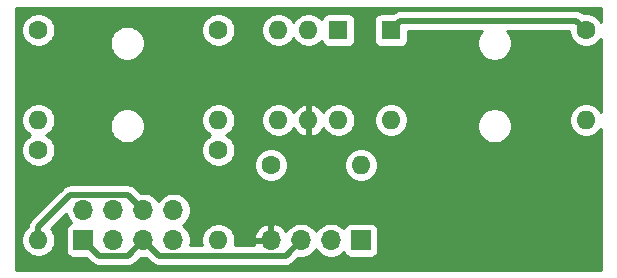
<source format=gbr>
%TF.GenerationSoftware,KiCad,Pcbnew,(5.1.9)-1*%
%TF.CreationDate,2022-02-01T09:31:05-08:00*%
%TF.ProjectId,midi_in_out_dev,6d696469-5f69-46e5-9f6f-75745f646576,1.0*%
%TF.SameCoordinates,Original*%
%TF.FileFunction,Copper,L2,Bot*%
%TF.FilePolarity,Positive*%
%FSLAX46Y46*%
G04 Gerber Fmt 4.6, Leading zero omitted, Abs format (unit mm)*
G04 Created by KiCad (PCBNEW (5.1.9)-1) date 2022-02-01 09:31:05*
%MOMM*%
%LPD*%
G01*
G04 APERTURE LIST*
%TA.AperFunction,ComponentPad*%
%ADD10O,1.700000X1.700000*%
%TD*%
%TA.AperFunction,ComponentPad*%
%ADD11R,1.700000X1.700000*%
%TD*%
%TA.AperFunction,ComponentPad*%
%ADD12R,1.600000X1.600000*%
%TD*%
%TA.AperFunction,ComponentPad*%
%ADD13O,1.600000X1.600000*%
%TD*%
%TA.AperFunction,ComponentPad*%
%ADD14C,1.600000*%
%TD*%
%TA.AperFunction,ViaPad*%
%ADD15C,0.800000*%
%TD*%
%TA.AperFunction,Conductor*%
%ADD16C,0.500000*%
%TD*%
%TA.AperFunction,Conductor*%
%ADD17C,0.254000*%
%TD*%
%TA.AperFunction,Conductor*%
%ADD18C,0.100000*%
%TD*%
G04 APERTURE END LIST*
D10*
%TO.P,REF\u002A\u002A,8*%
%TO.N,Net-(JP2-Pad3)*%
X48260000Y-40005000D03*
%TO.P,REF\u002A\u002A,7*%
%TO.N,+VDC*%
X48260000Y-42545000D03*
%TO.P,REF\u002A\u002A,6*%
%TO.N,Net-(JP1-Pad3)*%
X45720000Y-40005000D03*
%TO.P,REF\u002A\u002A,5*%
%TO.N,/UART_TX*%
X45720000Y-42545000D03*
%TO.P,REF\u002A\u002A,4*%
%TO.N,Net-(JP2-Pad1)*%
X43180000Y-40005000D03*
%TO.P,REF\u002A\u002A,3*%
%TO.N,+VDC*%
X43180000Y-42545000D03*
%TO.P,REF\u002A\u002A,2*%
%TO.N,Net-(JP1-Pad1)*%
X40640000Y-40005000D03*
D11*
%TO.P,REF\u002A\u002A,1*%
%TO.N,/UART_TX*%
X40640000Y-42545000D03*
%TD*%
D12*
%TO.P,1N4148,1*%
%TO.N,Net-(D1-Pad1)*%
X66675000Y-24765000D03*
D13*
%TO.P,1N4148,2*%
%TO.N,Net-(D1-Pad2)*%
X66675000Y-32385000D03*
%TD*%
D11*
%TO.P,G  TX  RX  +,1*%
%TO.N,+VDC*%
X64135000Y-42545000D03*
D10*
%TO.P,G  TX  RX  +,2*%
%TO.N,/UART_RX*%
X61595000Y-42545000D03*
%TO.P,G  TX  RX  +,3*%
%TO.N,/UART_TX*%
X59055000Y-42545000D03*
%TO.P,G  TX  RX  +,4*%
%TO.N,GND*%
X56515000Y-42545000D03*
%TD*%
D14*
%TO.P,10\u03A9,1*%
%TO.N,Net-(J1-PadT)*%
X36830000Y-24765000D03*
D13*
%TO.P,10\u03A9,2*%
%TO.N,Net-(JP1-Pad1)*%
X36830000Y-32385000D03*
%TD*%
%TO.P,220\u03A9,2*%
%TO.N,Net-(JP1-Pad3)*%
X36830000Y-42545000D03*
D14*
%TO.P,220\u03A9,1*%
%TO.N,Net-(J1-PadT)*%
X36830000Y-34925000D03*
%TD*%
%TO.P,33\u03A9,1*%
%TO.N,Net-(J1-PadR)*%
X52070000Y-24765000D03*
D13*
%TO.P,33\u03A9,2*%
%TO.N,Net-(JP2-Pad1)*%
X52070000Y-32385000D03*
%TD*%
%TO.P,220\u03A9,2*%
%TO.N,Net-(JP2-Pad3)*%
X52070000Y-42545000D03*
D14*
%TO.P,220\u03A9,1*%
%TO.N,Net-(J1-PadR)*%
X52070000Y-34925000D03*
%TD*%
%TO.P,220\u03A9,1*%
%TO.N,Net-(D1-Pad1)*%
X83185000Y-24765000D03*
D13*
%TO.P,220\u03A9,2*%
%TO.N,Net-(J2-PadR)*%
X83185000Y-32385000D03*
%TD*%
%TO.P,270\u03A9,2*%
%TO.N,+VDC*%
X64135000Y-36195000D03*
D14*
%TO.P,270\u03A9,1*%
%TO.N,/UART_RX*%
X56515000Y-36195000D03*
%TD*%
D12*
%TO.P,H11L1,1*%
%TO.N,Net-(D1-Pad1)*%
X62230000Y-24765000D03*
D13*
%TO.P,H11L1,4*%
%TO.N,/UART_RX*%
X57150000Y-32385000D03*
%TO.P,H11L1,2*%
%TO.N,Net-(D1-Pad2)*%
X59690000Y-24765000D03*
%TO.P,H11L1,5*%
%TO.N,GND*%
X59690000Y-32385000D03*
%TO.P,H11L1,3*%
%TO.N,Net-(U1-Pad3)*%
X57150000Y-24765000D03*
%TO.P,H11L1,6*%
%TO.N,+VDC*%
X62230000Y-32385000D03*
%TD*%
D15*
%TO.N,GND*%
X43180000Y-23495000D03*
%TD*%
D16*
%TO.N,Net-(D1-Pad1)*%
X82385001Y-23965001D02*
X67474999Y-23965001D01*
X67474999Y-23965001D02*
X66675000Y-24765000D01*
X83185000Y-24765000D02*
X82385001Y-23965001D01*
%TO.N,GND*%
X56515000Y-42240000D02*
X56515000Y-42545000D01*
%TO.N,/UART_TX*%
X41940001Y-43845001D02*
X40640000Y-42545000D01*
X44419999Y-43845001D02*
X41940001Y-43845001D01*
X45720000Y-42545000D02*
X44419999Y-43845001D01*
X47020001Y-43845001D02*
X45720000Y-42545000D01*
X57754999Y-43845001D02*
X47020001Y-43845001D01*
X59055000Y-42545000D02*
X57754999Y-43845001D01*
%TO.N,Net-(JP1-Pad3)*%
X36830000Y-41413630D02*
X36830000Y-42545000D01*
X39538631Y-38704999D02*
X36830000Y-41413630D01*
X44419999Y-38704999D02*
X39538631Y-38704999D01*
X45720000Y-40005000D02*
X44419999Y-38704999D01*
%TD*%
D17*
%TO.N,GND*%
X84430001Y-24045345D02*
X84299637Y-23850241D01*
X84099759Y-23650363D01*
X83864727Y-23493320D01*
X83603574Y-23385147D01*
X83326335Y-23330000D01*
X83043665Y-23330000D01*
X83013576Y-23335985D01*
X82879060Y-23225590D01*
X82725314Y-23143412D01*
X82558491Y-23092806D01*
X82428478Y-23080001D01*
X82428470Y-23080001D01*
X82385001Y-23075720D01*
X82341532Y-23080001D01*
X67518464Y-23080001D01*
X67474998Y-23075720D01*
X67431532Y-23080001D01*
X67431522Y-23080001D01*
X67301509Y-23092806D01*
X67134686Y-23143412D01*
X66980940Y-23225590D01*
X66980938Y-23225591D01*
X66980939Y-23225591D01*
X66879952Y-23308469D01*
X66879950Y-23308471D01*
X66857460Y-23326928D01*
X65875000Y-23326928D01*
X65750518Y-23339188D01*
X65630820Y-23375498D01*
X65520506Y-23434463D01*
X65423815Y-23513815D01*
X65344463Y-23610506D01*
X65285498Y-23720820D01*
X65249188Y-23840518D01*
X65236928Y-23965000D01*
X65236928Y-25565000D01*
X65249188Y-25689482D01*
X65285498Y-25809180D01*
X65344463Y-25919494D01*
X65423815Y-26016185D01*
X65520506Y-26095537D01*
X65630820Y-26154502D01*
X65750518Y-26190812D01*
X65875000Y-26203072D01*
X67475000Y-26203072D01*
X67599482Y-26190812D01*
X67719180Y-26154502D01*
X67829494Y-26095537D01*
X67926185Y-26016185D01*
X68005537Y-25919494D01*
X68064502Y-25809180D01*
X68100812Y-25689482D01*
X68113072Y-25565000D01*
X68113072Y-24850001D01*
X74369892Y-24850001D01*
X74301525Y-24918368D01*
X74139010Y-25161589D01*
X74027068Y-25431842D01*
X73970000Y-25718740D01*
X73970000Y-26011260D01*
X74027068Y-26298158D01*
X74139010Y-26568411D01*
X74301525Y-26811632D01*
X74508368Y-27018475D01*
X74751589Y-27180990D01*
X75021842Y-27292932D01*
X75308740Y-27350000D01*
X75601260Y-27350000D01*
X75888158Y-27292932D01*
X76158411Y-27180990D01*
X76401632Y-27018475D01*
X76608475Y-26811632D01*
X76770990Y-26568411D01*
X76882932Y-26298158D01*
X76940000Y-26011260D01*
X76940000Y-25718740D01*
X76882932Y-25431842D01*
X76770990Y-25161589D01*
X76608475Y-24918368D01*
X76540108Y-24850001D01*
X81750000Y-24850001D01*
X81750000Y-24906335D01*
X81805147Y-25183574D01*
X81913320Y-25444727D01*
X82070363Y-25679759D01*
X82270241Y-25879637D01*
X82505273Y-26036680D01*
X82766426Y-26144853D01*
X83043665Y-26200000D01*
X83326335Y-26200000D01*
X83603574Y-26144853D01*
X83864727Y-26036680D01*
X84099759Y-25879637D01*
X84299637Y-25679759D01*
X84430001Y-25484655D01*
X84430001Y-31665344D01*
X84299637Y-31470241D01*
X84099759Y-31270363D01*
X83864727Y-31113320D01*
X83603574Y-31005147D01*
X83326335Y-30950000D01*
X83043665Y-30950000D01*
X82766426Y-31005147D01*
X82505273Y-31113320D01*
X82270241Y-31270363D01*
X82070363Y-31470241D01*
X81913320Y-31705273D01*
X81805147Y-31966426D01*
X81750000Y-32243665D01*
X81750000Y-32526335D01*
X81805147Y-32803574D01*
X81913320Y-33064727D01*
X82070363Y-33299759D01*
X82270241Y-33499637D01*
X82505273Y-33656680D01*
X82766426Y-33764853D01*
X83043665Y-33820000D01*
X83326335Y-33820000D01*
X83603574Y-33764853D01*
X83864727Y-33656680D01*
X84099759Y-33499637D01*
X84299637Y-33299759D01*
X84430001Y-33104656D01*
X84430000Y-45060000D01*
X34950000Y-45060000D01*
X34950000Y-42403665D01*
X35395000Y-42403665D01*
X35395000Y-42686335D01*
X35450147Y-42963574D01*
X35558320Y-43224727D01*
X35715363Y-43459759D01*
X35915241Y-43659637D01*
X36150273Y-43816680D01*
X36411426Y-43924853D01*
X36688665Y-43980000D01*
X36971335Y-43980000D01*
X37248574Y-43924853D01*
X37509727Y-43816680D01*
X37744759Y-43659637D01*
X37944637Y-43459759D01*
X38101680Y-43224727D01*
X38209853Y-42963574D01*
X38265000Y-42686335D01*
X38265000Y-42403665D01*
X38209853Y-42126426D01*
X38101680Y-41865273D01*
X37944637Y-41630241D01*
X37904802Y-41590406D01*
X39186349Y-40308860D01*
X39212068Y-40438158D01*
X39324010Y-40708411D01*
X39486525Y-40951632D01*
X39618380Y-41083487D01*
X39545820Y-41105498D01*
X39435506Y-41164463D01*
X39338815Y-41243815D01*
X39259463Y-41340506D01*
X39200498Y-41450820D01*
X39164188Y-41570518D01*
X39151928Y-41695000D01*
X39151928Y-43395000D01*
X39164188Y-43519482D01*
X39200498Y-43639180D01*
X39259463Y-43749494D01*
X39338815Y-43846185D01*
X39435506Y-43925537D01*
X39545820Y-43984502D01*
X39665518Y-44020812D01*
X39790000Y-44033072D01*
X40876493Y-44033072D01*
X41283471Y-44440050D01*
X41311184Y-44473818D01*
X41344952Y-44501531D01*
X41344954Y-44501533D01*
X41416453Y-44560211D01*
X41445942Y-44584412D01*
X41599688Y-44666590D01*
X41766511Y-44717196D01*
X41896524Y-44730001D01*
X41896534Y-44730001D01*
X41940000Y-44734282D01*
X41983467Y-44730001D01*
X44376530Y-44730001D01*
X44419999Y-44734282D01*
X44463468Y-44730001D01*
X44463476Y-44730001D01*
X44593489Y-44717196D01*
X44760312Y-44666590D01*
X44914058Y-44584412D01*
X45048816Y-44473818D01*
X45076533Y-44440045D01*
X45501039Y-44015539D01*
X45573740Y-44030000D01*
X45866260Y-44030000D01*
X45938960Y-44015539D01*
X46363471Y-44440050D01*
X46391184Y-44473818D01*
X46424952Y-44501531D01*
X46424954Y-44501533D01*
X46496453Y-44560211D01*
X46525942Y-44584412D01*
X46679688Y-44666590D01*
X46846511Y-44717196D01*
X46976524Y-44730001D01*
X46976534Y-44730001D01*
X47020000Y-44734282D01*
X47063467Y-44730001D01*
X57711530Y-44730001D01*
X57754999Y-44734282D01*
X57798468Y-44730001D01*
X57798476Y-44730001D01*
X57928489Y-44717196D01*
X58095312Y-44666590D01*
X58249058Y-44584412D01*
X58383816Y-44473818D01*
X58411533Y-44440045D01*
X58836039Y-44015539D01*
X58908740Y-44030000D01*
X59201260Y-44030000D01*
X59488158Y-43972932D01*
X59758411Y-43860990D01*
X60001632Y-43698475D01*
X60208475Y-43491632D01*
X60325000Y-43317240D01*
X60441525Y-43491632D01*
X60648368Y-43698475D01*
X60891589Y-43860990D01*
X61161842Y-43972932D01*
X61448740Y-44030000D01*
X61741260Y-44030000D01*
X62028158Y-43972932D01*
X62298411Y-43860990D01*
X62541632Y-43698475D01*
X62673487Y-43566620D01*
X62695498Y-43639180D01*
X62754463Y-43749494D01*
X62833815Y-43846185D01*
X62930506Y-43925537D01*
X63040820Y-43984502D01*
X63160518Y-44020812D01*
X63285000Y-44033072D01*
X64985000Y-44033072D01*
X65109482Y-44020812D01*
X65229180Y-43984502D01*
X65339494Y-43925537D01*
X65436185Y-43846185D01*
X65515537Y-43749494D01*
X65574502Y-43639180D01*
X65610812Y-43519482D01*
X65623072Y-43395000D01*
X65623072Y-41695000D01*
X65610812Y-41570518D01*
X65574502Y-41450820D01*
X65515537Y-41340506D01*
X65436185Y-41243815D01*
X65339494Y-41164463D01*
X65229180Y-41105498D01*
X65109482Y-41069188D01*
X64985000Y-41056928D01*
X63285000Y-41056928D01*
X63160518Y-41069188D01*
X63040820Y-41105498D01*
X62930506Y-41164463D01*
X62833815Y-41243815D01*
X62754463Y-41340506D01*
X62695498Y-41450820D01*
X62673487Y-41523380D01*
X62541632Y-41391525D01*
X62298411Y-41229010D01*
X62028158Y-41117068D01*
X61741260Y-41060000D01*
X61448740Y-41060000D01*
X61161842Y-41117068D01*
X60891589Y-41229010D01*
X60648368Y-41391525D01*
X60441525Y-41598368D01*
X60325000Y-41772760D01*
X60208475Y-41598368D01*
X60001632Y-41391525D01*
X59758411Y-41229010D01*
X59488158Y-41117068D01*
X59201260Y-41060000D01*
X58908740Y-41060000D01*
X58621842Y-41117068D01*
X58351589Y-41229010D01*
X58108368Y-41391525D01*
X57901525Y-41598368D01*
X57779805Y-41780534D01*
X57710178Y-41663645D01*
X57515269Y-41447412D01*
X57281920Y-41273359D01*
X57019099Y-41148175D01*
X56871890Y-41103524D01*
X56642000Y-41224845D01*
X56642000Y-42418000D01*
X56662000Y-42418000D01*
X56662000Y-42672000D01*
X56642000Y-42672000D01*
X56642000Y-42692000D01*
X56388000Y-42692000D01*
X56388000Y-42672000D01*
X55194186Y-42672000D01*
X55073519Y-42901891D01*
X55094132Y-42960001D01*
X53450564Y-42960001D01*
X53505000Y-42686335D01*
X53505000Y-42403665D01*
X53462123Y-42188109D01*
X55073519Y-42188109D01*
X55194186Y-42418000D01*
X56388000Y-42418000D01*
X56388000Y-41224845D01*
X56158110Y-41103524D01*
X56010901Y-41148175D01*
X55748080Y-41273359D01*
X55514731Y-41447412D01*
X55319822Y-41663645D01*
X55170843Y-41913748D01*
X55073519Y-42188109D01*
X53462123Y-42188109D01*
X53449853Y-42126426D01*
X53341680Y-41865273D01*
X53184637Y-41630241D01*
X52984759Y-41430363D01*
X52749727Y-41273320D01*
X52488574Y-41165147D01*
X52211335Y-41110000D01*
X51928665Y-41110000D01*
X51651426Y-41165147D01*
X51390273Y-41273320D01*
X51155241Y-41430363D01*
X50955363Y-41630241D01*
X50798320Y-41865273D01*
X50690147Y-42126426D01*
X50635000Y-42403665D01*
X50635000Y-42686335D01*
X50689436Y-42960001D01*
X49691544Y-42960001D01*
X49745000Y-42691260D01*
X49745000Y-42398740D01*
X49687932Y-42111842D01*
X49575990Y-41841589D01*
X49413475Y-41598368D01*
X49206632Y-41391525D01*
X49032240Y-41275000D01*
X49206632Y-41158475D01*
X49413475Y-40951632D01*
X49575990Y-40708411D01*
X49687932Y-40438158D01*
X49745000Y-40151260D01*
X49745000Y-39858740D01*
X49687932Y-39571842D01*
X49575990Y-39301589D01*
X49413475Y-39058368D01*
X49206632Y-38851525D01*
X48963411Y-38689010D01*
X48693158Y-38577068D01*
X48406260Y-38520000D01*
X48113740Y-38520000D01*
X47826842Y-38577068D01*
X47556589Y-38689010D01*
X47313368Y-38851525D01*
X47106525Y-39058368D01*
X46990000Y-39232760D01*
X46873475Y-39058368D01*
X46666632Y-38851525D01*
X46423411Y-38689010D01*
X46153158Y-38577068D01*
X45866260Y-38520000D01*
X45573740Y-38520000D01*
X45501039Y-38534461D01*
X45076533Y-38109955D01*
X45048816Y-38076182D01*
X44914058Y-37965588D01*
X44760312Y-37883410D01*
X44593489Y-37832804D01*
X44463476Y-37819999D01*
X44463468Y-37819999D01*
X44419999Y-37815718D01*
X44376530Y-37819999D01*
X39582100Y-37819999D01*
X39538631Y-37815718D01*
X39495162Y-37819999D01*
X39495154Y-37819999D01*
X39365141Y-37832804D01*
X39198318Y-37883410D01*
X39044572Y-37965588D01*
X38943584Y-38048467D01*
X38943582Y-38048469D01*
X38909814Y-38076182D01*
X38882101Y-38109950D01*
X36234956Y-40757096D01*
X36201183Y-40784813D01*
X36090589Y-40919572D01*
X36008411Y-41073318D01*
X35985703Y-41148175D01*
X35961182Y-41229010D01*
X35957805Y-41240141D01*
X35945000Y-41370154D01*
X35945000Y-41370161D01*
X35940750Y-41413319D01*
X35915241Y-41430363D01*
X35715363Y-41630241D01*
X35558320Y-41865273D01*
X35450147Y-42126426D01*
X35395000Y-42403665D01*
X34950000Y-42403665D01*
X34950000Y-32243665D01*
X35395000Y-32243665D01*
X35395000Y-32526335D01*
X35450147Y-32803574D01*
X35558320Y-33064727D01*
X35715363Y-33299759D01*
X35915241Y-33499637D01*
X36147759Y-33655000D01*
X35915241Y-33810363D01*
X35715363Y-34010241D01*
X35558320Y-34245273D01*
X35450147Y-34506426D01*
X35395000Y-34783665D01*
X35395000Y-35066335D01*
X35450147Y-35343574D01*
X35558320Y-35604727D01*
X35715363Y-35839759D01*
X35915241Y-36039637D01*
X36150273Y-36196680D01*
X36411426Y-36304853D01*
X36688665Y-36360000D01*
X36971335Y-36360000D01*
X37248574Y-36304853D01*
X37509727Y-36196680D01*
X37744759Y-36039637D01*
X37944637Y-35839759D01*
X38101680Y-35604727D01*
X38209853Y-35343574D01*
X38265000Y-35066335D01*
X38265000Y-34783665D01*
X38209853Y-34506426D01*
X38101680Y-34245273D01*
X37944637Y-34010241D01*
X37744759Y-33810363D01*
X37512241Y-33655000D01*
X37744759Y-33499637D01*
X37944637Y-33299759D01*
X38101680Y-33064727D01*
X38209853Y-32803574D01*
X38226727Y-32718740D01*
X42855000Y-32718740D01*
X42855000Y-33011260D01*
X42912068Y-33298158D01*
X43024010Y-33568411D01*
X43186525Y-33811632D01*
X43393368Y-34018475D01*
X43636589Y-34180990D01*
X43906842Y-34292932D01*
X44193740Y-34350000D01*
X44486260Y-34350000D01*
X44773158Y-34292932D01*
X45043411Y-34180990D01*
X45286632Y-34018475D01*
X45493475Y-33811632D01*
X45655990Y-33568411D01*
X45767932Y-33298158D01*
X45825000Y-33011260D01*
X45825000Y-32718740D01*
X45767932Y-32431842D01*
X45689987Y-32243665D01*
X50635000Y-32243665D01*
X50635000Y-32526335D01*
X50690147Y-32803574D01*
X50798320Y-33064727D01*
X50955363Y-33299759D01*
X51155241Y-33499637D01*
X51387759Y-33655000D01*
X51155241Y-33810363D01*
X50955363Y-34010241D01*
X50798320Y-34245273D01*
X50690147Y-34506426D01*
X50635000Y-34783665D01*
X50635000Y-35066335D01*
X50690147Y-35343574D01*
X50798320Y-35604727D01*
X50955363Y-35839759D01*
X51155241Y-36039637D01*
X51390273Y-36196680D01*
X51651426Y-36304853D01*
X51928665Y-36360000D01*
X52211335Y-36360000D01*
X52488574Y-36304853D01*
X52749727Y-36196680D01*
X52963764Y-36053665D01*
X55080000Y-36053665D01*
X55080000Y-36336335D01*
X55135147Y-36613574D01*
X55243320Y-36874727D01*
X55400363Y-37109759D01*
X55600241Y-37309637D01*
X55835273Y-37466680D01*
X56096426Y-37574853D01*
X56373665Y-37630000D01*
X56656335Y-37630000D01*
X56933574Y-37574853D01*
X57194727Y-37466680D01*
X57429759Y-37309637D01*
X57629637Y-37109759D01*
X57786680Y-36874727D01*
X57894853Y-36613574D01*
X57950000Y-36336335D01*
X57950000Y-36053665D01*
X62700000Y-36053665D01*
X62700000Y-36336335D01*
X62755147Y-36613574D01*
X62863320Y-36874727D01*
X63020363Y-37109759D01*
X63220241Y-37309637D01*
X63455273Y-37466680D01*
X63716426Y-37574853D01*
X63993665Y-37630000D01*
X64276335Y-37630000D01*
X64553574Y-37574853D01*
X64814727Y-37466680D01*
X65049759Y-37309637D01*
X65249637Y-37109759D01*
X65406680Y-36874727D01*
X65514853Y-36613574D01*
X65570000Y-36336335D01*
X65570000Y-36053665D01*
X65514853Y-35776426D01*
X65406680Y-35515273D01*
X65249637Y-35280241D01*
X65049759Y-35080363D01*
X64814727Y-34923320D01*
X64553574Y-34815147D01*
X64276335Y-34760000D01*
X63993665Y-34760000D01*
X63716426Y-34815147D01*
X63455273Y-34923320D01*
X63220241Y-35080363D01*
X63020363Y-35280241D01*
X62863320Y-35515273D01*
X62755147Y-35776426D01*
X62700000Y-36053665D01*
X57950000Y-36053665D01*
X57894853Y-35776426D01*
X57786680Y-35515273D01*
X57629637Y-35280241D01*
X57429759Y-35080363D01*
X57194727Y-34923320D01*
X56933574Y-34815147D01*
X56656335Y-34760000D01*
X56373665Y-34760000D01*
X56096426Y-34815147D01*
X55835273Y-34923320D01*
X55600241Y-35080363D01*
X55400363Y-35280241D01*
X55243320Y-35515273D01*
X55135147Y-35776426D01*
X55080000Y-36053665D01*
X52963764Y-36053665D01*
X52984759Y-36039637D01*
X53184637Y-35839759D01*
X53341680Y-35604727D01*
X53449853Y-35343574D01*
X53505000Y-35066335D01*
X53505000Y-34783665D01*
X53449853Y-34506426D01*
X53341680Y-34245273D01*
X53184637Y-34010241D01*
X52984759Y-33810363D01*
X52752241Y-33655000D01*
X52984759Y-33499637D01*
X53184637Y-33299759D01*
X53341680Y-33064727D01*
X53449853Y-32803574D01*
X53505000Y-32526335D01*
X53505000Y-32243665D01*
X55715000Y-32243665D01*
X55715000Y-32526335D01*
X55770147Y-32803574D01*
X55878320Y-33064727D01*
X56035363Y-33299759D01*
X56235241Y-33499637D01*
X56470273Y-33656680D01*
X56731426Y-33764853D01*
X57008665Y-33820000D01*
X57291335Y-33820000D01*
X57568574Y-33764853D01*
X57829727Y-33656680D01*
X58064759Y-33499637D01*
X58264637Y-33299759D01*
X58421680Y-33064727D01*
X58426067Y-33054135D01*
X58537615Y-33240131D01*
X58726586Y-33448519D01*
X58952580Y-33616037D01*
X59206913Y-33736246D01*
X59340961Y-33776904D01*
X59563000Y-33654915D01*
X59563000Y-32512000D01*
X59543000Y-32512000D01*
X59543000Y-32258000D01*
X59563000Y-32258000D01*
X59563000Y-31115085D01*
X59817000Y-31115085D01*
X59817000Y-32258000D01*
X59837000Y-32258000D01*
X59837000Y-32512000D01*
X59817000Y-32512000D01*
X59817000Y-33654915D01*
X60039039Y-33776904D01*
X60173087Y-33736246D01*
X60427420Y-33616037D01*
X60653414Y-33448519D01*
X60842385Y-33240131D01*
X60953933Y-33054135D01*
X60958320Y-33064727D01*
X61115363Y-33299759D01*
X61315241Y-33499637D01*
X61550273Y-33656680D01*
X61811426Y-33764853D01*
X62088665Y-33820000D01*
X62371335Y-33820000D01*
X62648574Y-33764853D01*
X62909727Y-33656680D01*
X63144759Y-33499637D01*
X63344637Y-33299759D01*
X63501680Y-33064727D01*
X63609853Y-32803574D01*
X63665000Y-32526335D01*
X63665000Y-32243665D01*
X65240000Y-32243665D01*
X65240000Y-32526335D01*
X65295147Y-32803574D01*
X65403320Y-33064727D01*
X65560363Y-33299759D01*
X65760241Y-33499637D01*
X65995273Y-33656680D01*
X66256426Y-33764853D01*
X66533665Y-33820000D01*
X66816335Y-33820000D01*
X67093574Y-33764853D01*
X67354727Y-33656680D01*
X67589759Y-33499637D01*
X67789637Y-33299759D01*
X67946680Y-33064727D01*
X68054853Y-32803574D01*
X68071727Y-32718740D01*
X73970000Y-32718740D01*
X73970000Y-33011260D01*
X74027068Y-33298158D01*
X74139010Y-33568411D01*
X74301525Y-33811632D01*
X74508368Y-34018475D01*
X74751589Y-34180990D01*
X75021842Y-34292932D01*
X75308740Y-34350000D01*
X75601260Y-34350000D01*
X75888158Y-34292932D01*
X76158411Y-34180990D01*
X76401632Y-34018475D01*
X76608475Y-33811632D01*
X76770990Y-33568411D01*
X76882932Y-33298158D01*
X76940000Y-33011260D01*
X76940000Y-32718740D01*
X76882932Y-32431842D01*
X76770990Y-32161589D01*
X76608475Y-31918368D01*
X76401632Y-31711525D01*
X76158411Y-31549010D01*
X75888158Y-31437068D01*
X75601260Y-31380000D01*
X75308740Y-31380000D01*
X75021842Y-31437068D01*
X74751589Y-31549010D01*
X74508368Y-31711525D01*
X74301525Y-31918368D01*
X74139010Y-32161589D01*
X74027068Y-32431842D01*
X73970000Y-32718740D01*
X68071727Y-32718740D01*
X68110000Y-32526335D01*
X68110000Y-32243665D01*
X68054853Y-31966426D01*
X67946680Y-31705273D01*
X67789637Y-31470241D01*
X67589759Y-31270363D01*
X67354727Y-31113320D01*
X67093574Y-31005147D01*
X66816335Y-30950000D01*
X66533665Y-30950000D01*
X66256426Y-31005147D01*
X65995273Y-31113320D01*
X65760241Y-31270363D01*
X65560363Y-31470241D01*
X65403320Y-31705273D01*
X65295147Y-31966426D01*
X65240000Y-32243665D01*
X63665000Y-32243665D01*
X63609853Y-31966426D01*
X63501680Y-31705273D01*
X63344637Y-31470241D01*
X63144759Y-31270363D01*
X62909727Y-31113320D01*
X62648574Y-31005147D01*
X62371335Y-30950000D01*
X62088665Y-30950000D01*
X61811426Y-31005147D01*
X61550273Y-31113320D01*
X61315241Y-31270363D01*
X61115363Y-31470241D01*
X60958320Y-31705273D01*
X60953933Y-31715865D01*
X60842385Y-31529869D01*
X60653414Y-31321481D01*
X60427420Y-31153963D01*
X60173087Y-31033754D01*
X60039039Y-30993096D01*
X59817000Y-31115085D01*
X59563000Y-31115085D01*
X59340961Y-30993096D01*
X59206913Y-31033754D01*
X58952580Y-31153963D01*
X58726586Y-31321481D01*
X58537615Y-31529869D01*
X58426067Y-31715865D01*
X58421680Y-31705273D01*
X58264637Y-31470241D01*
X58064759Y-31270363D01*
X57829727Y-31113320D01*
X57568574Y-31005147D01*
X57291335Y-30950000D01*
X57008665Y-30950000D01*
X56731426Y-31005147D01*
X56470273Y-31113320D01*
X56235241Y-31270363D01*
X56035363Y-31470241D01*
X55878320Y-31705273D01*
X55770147Y-31966426D01*
X55715000Y-32243665D01*
X53505000Y-32243665D01*
X53449853Y-31966426D01*
X53341680Y-31705273D01*
X53184637Y-31470241D01*
X52984759Y-31270363D01*
X52749727Y-31113320D01*
X52488574Y-31005147D01*
X52211335Y-30950000D01*
X51928665Y-30950000D01*
X51651426Y-31005147D01*
X51390273Y-31113320D01*
X51155241Y-31270363D01*
X50955363Y-31470241D01*
X50798320Y-31705273D01*
X50690147Y-31966426D01*
X50635000Y-32243665D01*
X45689987Y-32243665D01*
X45655990Y-32161589D01*
X45493475Y-31918368D01*
X45286632Y-31711525D01*
X45043411Y-31549010D01*
X44773158Y-31437068D01*
X44486260Y-31380000D01*
X44193740Y-31380000D01*
X43906842Y-31437068D01*
X43636589Y-31549010D01*
X43393368Y-31711525D01*
X43186525Y-31918368D01*
X43024010Y-32161589D01*
X42912068Y-32431842D01*
X42855000Y-32718740D01*
X38226727Y-32718740D01*
X38265000Y-32526335D01*
X38265000Y-32243665D01*
X38209853Y-31966426D01*
X38101680Y-31705273D01*
X37944637Y-31470241D01*
X37744759Y-31270363D01*
X37509727Y-31113320D01*
X37248574Y-31005147D01*
X36971335Y-30950000D01*
X36688665Y-30950000D01*
X36411426Y-31005147D01*
X36150273Y-31113320D01*
X35915241Y-31270363D01*
X35715363Y-31470241D01*
X35558320Y-31705273D01*
X35450147Y-31966426D01*
X35395000Y-32243665D01*
X34950000Y-32243665D01*
X34950000Y-24623665D01*
X35395000Y-24623665D01*
X35395000Y-24906335D01*
X35450147Y-25183574D01*
X35558320Y-25444727D01*
X35715363Y-25679759D01*
X35915241Y-25879637D01*
X36150273Y-26036680D01*
X36411426Y-26144853D01*
X36688665Y-26200000D01*
X36971335Y-26200000D01*
X37248574Y-26144853D01*
X37509727Y-26036680D01*
X37744759Y-25879637D01*
X37905656Y-25718740D01*
X42855000Y-25718740D01*
X42855000Y-26011260D01*
X42912068Y-26298158D01*
X43024010Y-26568411D01*
X43186525Y-26811632D01*
X43393368Y-27018475D01*
X43636589Y-27180990D01*
X43906842Y-27292932D01*
X44193740Y-27350000D01*
X44486260Y-27350000D01*
X44773158Y-27292932D01*
X45043411Y-27180990D01*
X45286632Y-27018475D01*
X45493475Y-26811632D01*
X45655990Y-26568411D01*
X45767932Y-26298158D01*
X45825000Y-26011260D01*
X45825000Y-25718740D01*
X45767932Y-25431842D01*
X45655990Y-25161589D01*
X45493475Y-24918368D01*
X45286632Y-24711525D01*
X45155141Y-24623665D01*
X50635000Y-24623665D01*
X50635000Y-24906335D01*
X50690147Y-25183574D01*
X50798320Y-25444727D01*
X50955363Y-25679759D01*
X51155241Y-25879637D01*
X51390273Y-26036680D01*
X51651426Y-26144853D01*
X51928665Y-26200000D01*
X52211335Y-26200000D01*
X52488574Y-26144853D01*
X52749727Y-26036680D01*
X52984759Y-25879637D01*
X53184637Y-25679759D01*
X53341680Y-25444727D01*
X53449853Y-25183574D01*
X53505000Y-24906335D01*
X53505000Y-24623665D01*
X55715000Y-24623665D01*
X55715000Y-24906335D01*
X55770147Y-25183574D01*
X55878320Y-25444727D01*
X56035363Y-25679759D01*
X56235241Y-25879637D01*
X56470273Y-26036680D01*
X56731426Y-26144853D01*
X57008665Y-26200000D01*
X57291335Y-26200000D01*
X57568574Y-26144853D01*
X57829727Y-26036680D01*
X58064759Y-25879637D01*
X58264637Y-25679759D01*
X58420000Y-25447241D01*
X58575363Y-25679759D01*
X58775241Y-25879637D01*
X59010273Y-26036680D01*
X59271426Y-26144853D01*
X59548665Y-26200000D01*
X59831335Y-26200000D01*
X60108574Y-26144853D01*
X60369727Y-26036680D01*
X60604759Y-25879637D01*
X60803357Y-25681039D01*
X60804188Y-25689482D01*
X60840498Y-25809180D01*
X60899463Y-25919494D01*
X60978815Y-26016185D01*
X61075506Y-26095537D01*
X61185820Y-26154502D01*
X61305518Y-26190812D01*
X61430000Y-26203072D01*
X63030000Y-26203072D01*
X63154482Y-26190812D01*
X63274180Y-26154502D01*
X63384494Y-26095537D01*
X63481185Y-26016185D01*
X63560537Y-25919494D01*
X63619502Y-25809180D01*
X63655812Y-25689482D01*
X63668072Y-25565000D01*
X63668072Y-23965000D01*
X63655812Y-23840518D01*
X63619502Y-23720820D01*
X63560537Y-23610506D01*
X63481185Y-23513815D01*
X63384494Y-23434463D01*
X63274180Y-23375498D01*
X63154482Y-23339188D01*
X63030000Y-23326928D01*
X61430000Y-23326928D01*
X61305518Y-23339188D01*
X61185820Y-23375498D01*
X61075506Y-23434463D01*
X60978815Y-23513815D01*
X60899463Y-23610506D01*
X60840498Y-23720820D01*
X60804188Y-23840518D01*
X60803357Y-23848961D01*
X60604759Y-23650363D01*
X60369727Y-23493320D01*
X60108574Y-23385147D01*
X59831335Y-23330000D01*
X59548665Y-23330000D01*
X59271426Y-23385147D01*
X59010273Y-23493320D01*
X58775241Y-23650363D01*
X58575363Y-23850241D01*
X58420000Y-24082759D01*
X58264637Y-23850241D01*
X58064759Y-23650363D01*
X57829727Y-23493320D01*
X57568574Y-23385147D01*
X57291335Y-23330000D01*
X57008665Y-23330000D01*
X56731426Y-23385147D01*
X56470273Y-23493320D01*
X56235241Y-23650363D01*
X56035363Y-23850241D01*
X55878320Y-24085273D01*
X55770147Y-24346426D01*
X55715000Y-24623665D01*
X53505000Y-24623665D01*
X53449853Y-24346426D01*
X53341680Y-24085273D01*
X53184637Y-23850241D01*
X52984759Y-23650363D01*
X52749727Y-23493320D01*
X52488574Y-23385147D01*
X52211335Y-23330000D01*
X51928665Y-23330000D01*
X51651426Y-23385147D01*
X51390273Y-23493320D01*
X51155241Y-23650363D01*
X50955363Y-23850241D01*
X50798320Y-24085273D01*
X50690147Y-24346426D01*
X50635000Y-24623665D01*
X45155141Y-24623665D01*
X45043411Y-24549010D01*
X44773158Y-24437068D01*
X44486260Y-24380000D01*
X44193740Y-24380000D01*
X43906842Y-24437068D01*
X43636589Y-24549010D01*
X43393368Y-24711525D01*
X43186525Y-24918368D01*
X43024010Y-25161589D01*
X42912068Y-25431842D01*
X42855000Y-25718740D01*
X37905656Y-25718740D01*
X37944637Y-25679759D01*
X38101680Y-25444727D01*
X38209853Y-25183574D01*
X38265000Y-24906335D01*
X38265000Y-24623665D01*
X38209853Y-24346426D01*
X38101680Y-24085273D01*
X37944637Y-23850241D01*
X37744759Y-23650363D01*
X37509727Y-23493320D01*
X37248574Y-23385147D01*
X36971335Y-23330000D01*
X36688665Y-23330000D01*
X36411426Y-23385147D01*
X36150273Y-23493320D01*
X35915241Y-23650363D01*
X35715363Y-23850241D01*
X35558320Y-24085273D01*
X35450147Y-24346426D01*
X35395000Y-24623665D01*
X34950000Y-24623665D01*
X34950000Y-22885000D01*
X84430001Y-22885000D01*
X84430001Y-24045345D01*
%TA.AperFunction,Conductor*%
D18*
G36*
X84430001Y-24045345D02*
G01*
X84299637Y-23850241D01*
X84099759Y-23650363D01*
X83864727Y-23493320D01*
X83603574Y-23385147D01*
X83326335Y-23330000D01*
X83043665Y-23330000D01*
X83013576Y-23335985D01*
X82879060Y-23225590D01*
X82725314Y-23143412D01*
X82558491Y-23092806D01*
X82428478Y-23080001D01*
X82428470Y-23080001D01*
X82385001Y-23075720D01*
X82341532Y-23080001D01*
X67518464Y-23080001D01*
X67474998Y-23075720D01*
X67431532Y-23080001D01*
X67431522Y-23080001D01*
X67301509Y-23092806D01*
X67134686Y-23143412D01*
X66980940Y-23225590D01*
X66980938Y-23225591D01*
X66980939Y-23225591D01*
X66879952Y-23308469D01*
X66879950Y-23308471D01*
X66857460Y-23326928D01*
X65875000Y-23326928D01*
X65750518Y-23339188D01*
X65630820Y-23375498D01*
X65520506Y-23434463D01*
X65423815Y-23513815D01*
X65344463Y-23610506D01*
X65285498Y-23720820D01*
X65249188Y-23840518D01*
X65236928Y-23965000D01*
X65236928Y-25565000D01*
X65249188Y-25689482D01*
X65285498Y-25809180D01*
X65344463Y-25919494D01*
X65423815Y-26016185D01*
X65520506Y-26095537D01*
X65630820Y-26154502D01*
X65750518Y-26190812D01*
X65875000Y-26203072D01*
X67475000Y-26203072D01*
X67599482Y-26190812D01*
X67719180Y-26154502D01*
X67829494Y-26095537D01*
X67926185Y-26016185D01*
X68005537Y-25919494D01*
X68064502Y-25809180D01*
X68100812Y-25689482D01*
X68113072Y-25565000D01*
X68113072Y-24850001D01*
X74369892Y-24850001D01*
X74301525Y-24918368D01*
X74139010Y-25161589D01*
X74027068Y-25431842D01*
X73970000Y-25718740D01*
X73970000Y-26011260D01*
X74027068Y-26298158D01*
X74139010Y-26568411D01*
X74301525Y-26811632D01*
X74508368Y-27018475D01*
X74751589Y-27180990D01*
X75021842Y-27292932D01*
X75308740Y-27350000D01*
X75601260Y-27350000D01*
X75888158Y-27292932D01*
X76158411Y-27180990D01*
X76401632Y-27018475D01*
X76608475Y-26811632D01*
X76770990Y-26568411D01*
X76882932Y-26298158D01*
X76940000Y-26011260D01*
X76940000Y-25718740D01*
X76882932Y-25431842D01*
X76770990Y-25161589D01*
X76608475Y-24918368D01*
X76540108Y-24850001D01*
X81750000Y-24850001D01*
X81750000Y-24906335D01*
X81805147Y-25183574D01*
X81913320Y-25444727D01*
X82070363Y-25679759D01*
X82270241Y-25879637D01*
X82505273Y-26036680D01*
X82766426Y-26144853D01*
X83043665Y-26200000D01*
X83326335Y-26200000D01*
X83603574Y-26144853D01*
X83864727Y-26036680D01*
X84099759Y-25879637D01*
X84299637Y-25679759D01*
X84430001Y-25484655D01*
X84430001Y-31665344D01*
X84299637Y-31470241D01*
X84099759Y-31270363D01*
X83864727Y-31113320D01*
X83603574Y-31005147D01*
X83326335Y-30950000D01*
X83043665Y-30950000D01*
X82766426Y-31005147D01*
X82505273Y-31113320D01*
X82270241Y-31270363D01*
X82070363Y-31470241D01*
X81913320Y-31705273D01*
X81805147Y-31966426D01*
X81750000Y-32243665D01*
X81750000Y-32526335D01*
X81805147Y-32803574D01*
X81913320Y-33064727D01*
X82070363Y-33299759D01*
X82270241Y-33499637D01*
X82505273Y-33656680D01*
X82766426Y-33764853D01*
X83043665Y-33820000D01*
X83326335Y-33820000D01*
X83603574Y-33764853D01*
X83864727Y-33656680D01*
X84099759Y-33499637D01*
X84299637Y-33299759D01*
X84430001Y-33104656D01*
X84430000Y-45060000D01*
X34950000Y-45060000D01*
X34950000Y-42403665D01*
X35395000Y-42403665D01*
X35395000Y-42686335D01*
X35450147Y-42963574D01*
X35558320Y-43224727D01*
X35715363Y-43459759D01*
X35915241Y-43659637D01*
X36150273Y-43816680D01*
X36411426Y-43924853D01*
X36688665Y-43980000D01*
X36971335Y-43980000D01*
X37248574Y-43924853D01*
X37509727Y-43816680D01*
X37744759Y-43659637D01*
X37944637Y-43459759D01*
X38101680Y-43224727D01*
X38209853Y-42963574D01*
X38265000Y-42686335D01*
X38265000Y-42403665D01*
X38209853Y-42126426D01*
X38101680Y-41865273D01*
X37944637Y-41630241D01*
X37904802Y-41590406D01*
X39186349Y-40308860D01*
X39212068Y-40438158D01*
X39324010Y-40708411D01*
X39486525Y-40951632D01*
X39618380Y-41083487D01*
X39545820Y-41105498D01*
X39435506Y-41164463D01*
X39338815Y-41243815D01*
X39259463Y-41340506D01*
X39200498Y-41450820D01*
X39164188Y-41570518D01*
X39151928Y-41695000D01*
X39151928Y-43395000D01*
X39164188Y-43519482D01*
X39200498Y-43639180D01*
X39259463Y-43749494D01*
X39338815Y-43846185D01*
X39435506Y-43925537D01*
X39545820Y-43984502D01*
X39665518Y-44020812D01*
X39790000Y-44033072D01*
X40876493Y-44033072D01*
X41283471Y-44440050D01*
X41311184Y-44473818D01*
X41344952Y-44501531D01*
X41344954Y-44501533D01*
X41416453Y-44560211D01*
X41445942Y-44584412D01*
X41599688Y-44666590D01*
X41766511Y-44717196D01*
X41896524Y-44730001D01*
X41896534Y-44730001D01*
X41940000Y-44734282D01*
X41983467Y-44730001D01*
X44376530Y-44730001D01*
X44419999Y-44734282D01*
X44463468Y-44730001D01*
X44463476Y-44730001D01*
X44593489Y-44717196D01*
X44760312Y-44666590D01*
X44914058Y-44584412D01*
X45048816Y-44473818D01*
X45076533Y-44440045D01*
X45501039Y-44015539D01*
X45573740Y-44030000D01*
X45866260Y-44030000D01*
X45938960Y-44015539D01*
X46363471Y-44440050D01*
X46391184Y-44473818D01*
X46424952Y-44501531D01*
X46424954Y-44501533D01*
X46496453Y-44560211D01*
X46525942Y-44584412D01*
X46679688Y-44666590D01*
X46846511Y-44717196D01*
X46976524Y-44730001D01*
X46976534Y-44730001D01*
X47020000Y-44734282D01*
X47063467Y-44730001D01*
X57711530Y-44730001D01*
X57754999Y-44734282D01*
X57798468Y-44730001D01*
X57798476Y-44730001D01*
X57928489Y-44717196D01*
X58095312Y-44666590D01*
X58249058Y-44584412D01*
X58383816Y-44473818D01*
X58411533Y-44440045D01*
X58836039Y-44015539D01*
X58908740Y-44030000D01*
X59201260Y-44030000D01*
X59488158Y-43972932D01*
X59758411Y-43860990D01*
X60001632Y-43698475D01*
X60208475Y-43491632D01*
X60325000Y-43317240D01*
X60441525Y-43491632D01*
X60648368Y-43698475D01*
X60891589Y-43860990D01*
X61161842Y-43972932D01*
X61448740Y-44030000D01*
X61741260Y-44030000D01*
X62028158Y-43972932D01*
X62298411Y-43860990D01*
X62541632Y-43698475D01*
X62673487Y-43566620D01*
X62695498Y-43639180D01*
X62754463Y-43749494D01*
X62833815Y-43846185D01*
X62930506Y-43925537D01*
X63040820Y-43984502D01*
X63160518Y-44020812D01*
X63285000Y-44033072D01*
X64985000Y-44033072D01*
X65109482Y-44020812D01*
X65229180Y-43984502D01*
X65339494Y-43925537D01*
X65436185Y-43846185D01*
X65515537Y-43749494D01*
X65574502Y-43639180D01*
X65610812Y-43519482D01*
X65623072Y-43395000D01*
X65623072Y-41695000D01*
X65610812Y-41570518D01*
X65574502Y-41450820D01*
X65515537Y-41340506D01*
X65436185Y-41243815D01*
X65339494Y-41164463D01*
X65229180Y-41105498D01*
X65109482Y-41069188D01*
X64985000Y-41056928D01*
X63285000Y-41056928D01*
X63160518Y-41069188D01*
X63040820Y-41105498D01*
X62930506Y-41164463D01*
X62833815Y-41243815D01*
X62754463Y-41340506D01*
X62695498Y-41450820D01*
X62673487Y-41523380D01*
X62541632Y-41391525D01*
X62298411Y-41229010D01*
X62028158Y-41117068D01*
X61741260Y-41060000D01*
X61448740Y-41060000D01*
X61161842Y-41117068D01*
X60891589Y-41229010D01*
X60648368Y-41391525D01*
X60441525Y-41598368D01*
X60325000Y-41772760D01*
X60208475Y-41598368D01*
X60001632Y-41391525D01*
X59758411Y-41229010D01*
X59488158Y-41117068D01*
X59201260Y-41060000D01*
X58908740Y-41060000D01*
X58621842Y-41117068D01*
X58351589Y-41229010D01*
X58108368Y-41391525D01*
X57901525Y-41598368D01*
X57779805Y-41780534D01*
X57710178Y-41663645D01*
X57515269Y-41447412D01*
X57281920Y-41273359D01*
X57019099Y-41148175D01*
X56871890Y-41103524D01*
X56642000Y-41224845D01*
X56642000Y-42418000D01*
X56662000Y-42418000D01*
X56662000Y-42672000D01*
X56642000Y-42672000D01*
X56642000Y-42692000D01*
X56388000Y-42692000D01*
X56388000Y-42672000D01*
X55194186Y-42672000D01*
X55073519Y-42901891D01*
X55094132Y-42960001D01*
X53450564Y-42960001D01*
X53505000Y-42686335D01*
X53505000Y-42403665D01*
X53462123Y-42188109D01*
X55073519Y-42188109D01*
X55194186Y-42418000D01*
X56388000Y-42418000D01*
X56388000Y-41224845D01*
X56158110Y-41103524D01*
X56010901Y-41148175D01*
X55748080Y-41273359D01*
X55514731Y-41447412D01*
X55319822Y-41663645D01*
X55170843Y-41913748D01*
X55073519Y-42188109D01*
X53462123Y-42188109D01*
X53449853Y-42126426D01*
X53341680Y-41865273D01*
X53184637Y-41630241D01*
X52984759Y-41430363D01*
X52749727Y-41273320D01*
X52488574Y-41165147D01*
X52211335Y-41110000D01*
X51928665Y-41110000D01*
X51651426Y-41165147D01*
X51390273Y-41273320D01*
X51155241Y-41430363D01*
X50955363Y-41630241D01*
X50798320Y-41865273D01*
X50690147Y-42126426D01*
X50635000Y-42403665D01*
X50635000Y-42686335D01*
X50689436Y-42960001D01*
X49691544Y-42960001D01*
X49745000Y-42691260D01*
X49745000Y-42398740D01*
X49687932Y-42111842D01*
X49575990Y-41841589D01*
X49413475Y-41598368D01*
X49206632Y-41391525D01*
X49032240Y-41275000D01*
X49206632Y-41158475D01*
X49413475Y-40951632D01*
X49575990Y-40708411D01*
X49687932Y-40438158D01*
X49745000Y-40151260D01*
X49745000Y-39858740D01*
X49687932Y-39571842D01*
X49575990Y-39301589D01*
X49413475Y-39058368D01*
X49206632Y-38851525D01*
X48963411Y-38689010D01*
X48693158Y-38577068D01*
X48406260Y-38520000D01*
X48113740Y-38520000D01*
X47826842Y-38577068D01*
X47556589Y-38689010D01*
X47313368Y-38851525D01*
X47106525Y-39058368D01*
X46990000Y-39232760D01*
X46873475Y-39058368D01*
X46666632Y-38851525D01*
X46423411Y-38689010D01*
X46153158Y-38577068D01*
X45866260Y-38520000D01*
X45573740Y-38520000D01*
X45501039Y-38534461D01*
X45076533Y-38109955D01*
X45048816Y-38076182D01*
X44914058Y-37965588D01*
X44760312Y-37883410D01*
X44593489Y-37832804D01*
X44463476Y-37819999D01*
X44463468Y-37819999D01*
X44419999Y-37815718D01*
X44376530Y-37819999D01*
X39582100Y-37819999D01*
X39538631Y-37815718D01*
X39495162Y-37819999D01*
X39495154Y-37819999D01*
X39365141Y-37832804D01*
X39198318Y-37883410D01*
X39044572Y-37965588D01*
X38943584Y-38048467D01*
X38943582Y-38048469D01*
X38909814Y-38076182D01*
X38882101Y-38109950D01*
X36234956Y-40757096D01*
X36201183Y-40784813D01*
X36090589Y-40919572D01*
X36008411Y-41073318D01*
X35985703Y-41148175D01*
X35961182Y-41229010D01*
X35957805Y-41240141D01*
X35945000Y-41370154D01*
X35945000Y-41370161D01*
X35940750Y-41413319D01*
X35915241Y-41430363D01*
X35715363Y-41630241D01*
X35558320Y-41865273D01*
X35450147Y-42126426D01*
X35395000Y-42403665D01*
X34950000Y-42403665D01*
X34950000Y-32243665D01*
X35395000Y-32243665D01*
X35395000Y-32526335D01*
X35450147Y-32803574D01*
X35558320Y-33064727D01*
X35715363Y-33299759D01*
X35915241Y-33499637D01*
X36147759Y-33655000D01*
X35915241Y-33810363D01*
X35715363Y-34010241D01*
X35558320Y-34245273D01*
X35450147Y-34506426D01*
X35395000Y-34783665D01*
X35395000Y-35066335D01*
X35450147Y-35343574D01*
X35558320Y-35604727D01*
X35715363Y-35839759D01*
X35915241Y-36039637D01*
X36150273Y-36196680D01*
X36411426Y-36304853D01*
X36688665Y-36360000D01*
X36971335Y-36360000D01*
X37248574Y-36304853D01*
X37509727Y-36196680D01*
X37744759Y-36039637D01*
X37944637Y-35839759D01*
X38101680Y-35604727D01*
X38209853Y-35343574D01*
X38265000Y-35066335D01*
X38265000Y-34783665D01*
X38209853Y-34506426D01*
X38101680Y-34245273D01*
X37944637Y-34010241D01*
X37744759Y-33810363D01*
X37512241Y-33655000D01*
X37744759Y-33499637D01*
X37944637Y-33299759D01*
X38101680Y-33064727D01*
X38209853Y-32803574D01*
X38226727Y-32718740D01*
X42855000Y-32718740D01*
X42855000Y-33011260D01*
X42912068Y-33298158D01*
X43024010Y-33568411D01*
X43186525Y-33811632D01*
X43393368Y-34018475D01*
X43636589Y-34180990D01*
X43906842Y-34292932D01*
X44193740Y-34350000D01*
X44486260Y-34350000D01*
X44773158Y-34292932D01*
X45043411Y-34180990D01*
X45286632Y-34018475D01*
X45493475Y-33811632D01*
X45655990Y-33568411D01*
X45767932Y-33298158D01*
X45825000Y-33011260D01*
X45825000Y-32718740D01*
X45767932Y-32431842D01*
X45689987Y-32243665D01*
X50635000Y-32243665D01*
X50635000Y-32526335D01*
X50690147Y-32803574D01*
X50798320Y-33064727D01*
X50955363Y-33299759D01*
X51155241Y-33499637D01*
X51387759Y-33655000D01*
X51155241Y-33810363D01*
X50955363Y-34010241D01*
X50798320Y-34245273D01*
X50690147Y-34506426D01*
X50635000Y-34783665D01*
X50635000Y-35066335D01*
X50690147Y-35343574D01*
X50798320Y-35604727D01*
X50955363Y-35839759D01*
X51155241Y-36039637D01*
X51390273Y-36196680D01*
X51651426Y-36304853D01*
X51928665Y-36360000D01*
X52211335Y-36360000D01*
X52488574Y-36304853D01*
X52749727Y-36196680D01*
X52963764Y-36053665D01*
X55080000Y-36053665D01*
X55080000Y-36336335D01*
X55135147Y-36613574D01*
X55243320Y-36874727D01*
X55400363Y-37109759D01*
X55600241Y-37309637D01*
X55835273Y-37466680D01*
X56096426Y-37574853D01*
X56373665Y-37630000D01*
X56656335Y-37630000D01*
X56933574Y-37574853D01*
X57194727Y-37466680D01*
X57429759Y-37309637D01*
X57629637Y-37109759D01*
X57786680Y-36874727D01*
X57894853Y-36613574D01*
X57950000Y-36336335D01*
X57950000Y-36053665D01*
X62700000Y-36053665D01*
X62700000Y-36336335D01*
X62755147Y-36613574D01*
X62863320Y-36874727D01*
X63020363Y-37109759D01*
X63220241Y-37309637D01*
X63455273Y-37466680D01*
X63716426Y-37574853D01*
X63993665Y-37630000D01*
X64276335Y-37630000D01*
X64553574Y-37574853D01*
X64814727Y-37466680D01*
X65049759Y-37309637D01*
X65249637Y-37109759D01*
X65406680Y-36874727D01*
X65514853Y-36613574D01*
X65570000Y-36336335D01*
X65570000Y-36053665D01*
X65514853Y-35776426D01*
X65406680Y-35515273D01*
X65249637Y-35280241D01*
X65049759Y-35080363D01*
X64814727Y-34923320D01*
X64553574Y-34815147D01*
X64276335Y-34760000D01*
X63993665Y-34760000D01*
X63716426Y-34815147D01*
X63455273Y-34923320D01*
X63220241Y-35080363D01*
X63020363Y-35280241D01*
X62863320Y-35515273D01*
X62755147Y-35776426D01*
X62700000Y-36053665D01*
X57950000Y-36053665D01*
X57894853Y-35776426D01*
X57786680Y-35515273D01*
X57629637Y-35280241D01*
X57429759Y-35080363D01*
X57194727Y-34923320D01*
X56933574Y-34815147D01*
X56656335Y-34760000D01*
X56373665Y-34760000D01*
X56096426Y-34815147D01*
X55835273Y-34923320D01*
X55600241Y-35080363D01*
X55400363Y-35280241D01*
X55243320Y-35515273D01*
X55135147Y-35776426D01*
X55080000Y-36053665D01*
X52963764Y-36053665D01*
X52984759Y-36039637D01*
X53184637Y-35839759D01*
X53341680Y-35604727D01*
X53449853Y-35343574D01*
X53505000Y-35066335D01*
X53505000Y-34783665D01*
X53449853Y-34506426D01*
X53341680Y-34245273D01*
X53184637Y-34010241D01*
X52984759Y-33810363D01*
X52752241Y-33655000D01*
X52984759Y-33499637D01*
X53184637Y-33299759D01*
X53341680Y-33064727D01*
X53449853Y-32803574D01*
X53505000Y-32526335D01*
X53505000Y-32243665D01*
X55715000Y-32243665D01*
X55715000Y-32526335D01*
X55770147Y-32803574D01*
X55878320Y-33064727D01*
X56035363Y-33299759D01*
X56235241Y-33499637D01*
X56470273Y-33656680D01*
X56731426Y-33764853D01*
X57008665Y-33820000D01*
X57291335Y-33820000D01*
X57568574Y-33764853D01*
X57829727Y-33656680D01*
X58064759Y-33499637D01*
X58264637Y-33299759D01*
X58421680Y-33064727D01*
X58426067Y-33054135D01*
X58537615Y-33240131D01*
X58726586Y-33448519D01*
X58952580Y-33616037D01*
X59206913Y-33736246D01*
X59340961Y-33776904D01*
X59563000Y-33654915D01*
X59563000Y-32512000D01*
X59543000Y-32512000D01*
X59543000Y-32258000D01*
X59563000Y-32258000D01*
X59563000Y-31115085D01*
X59817000Y-31115085D01*
X59817000Y-32258000D01*
X59837000Y-32258000D01*
X59837000Y-32512000D01*
X59817000Y-32512000D01*
X59817000Y-33654915D01*
X60039039Y-33776904D01*
X60173087Y-33736246D01*
X60427420Y-33616037D01*
X60653414Y-33448519D01*
X60842385Y-33240131D01*
X60953933Y-33054135D01*
X60958320Y-33064727D01*
X61115363Y-33299759D01*
X61315241Y-33499637D01*
X61550273Y-33656680D01*
X61811426Y-33764853D01*
X62088665Y-33820000D01*
X62371335Y-33820000D01*
X62648574Y-33764853D01*
X62909727Y-33656680D01*
X63144759Y-33499637D01*
X63344637Y-33299759D01*
X63501680Y-33064727D01*
X63609853Y-32803574D01*
X63665000Y-32526335D01*
X63665000Y-32243665D01*
X65240000Y-32243665D01*
X65240000Y-32526335D01*
X65295147Y-32803574D01*
X65403320Y-33064727D01*
X65560363Y-33299759D01*
X65760241Y-33499637D01*
X65995273Y-33656680D01*
X66256426Y-33764853D01*
X66533665Y-33820000D01*
X66816335Y-33820000D01*
X67093574Y-33764853D01*
X67354727Y-33656680D01*
X67589759Y-33499637D01*
X67789637Y-33299759D01*
X67946680Y-33064727D01*
X68054853Y-32803574D01*
X68071727Y-32718740D01*
X73970000Y-32718740D01*
X73970000Y-33011260D01*
X74027068Y-33298158D01*
X74139010Y-33568411D01*
X74301525Y-33811632D01*
X74508368Y-34018475D01*
X74751589Y-34180990D01*
X75021842Y-34292932D01*
X75308740Y-34350000D01*
X75601260Y-34350000D01*
X75888158Y-34292932D01*
X76158411Y-34180990D01*
X76401632Y-34018475D01*
X76608475Y-33811632D01*
X76770990Y-33568411D01*
X76882932Y-33298158D01*
X76940000Y-33011260D01*
X76940000Y-32718740D01*
X76882932Y-32431842D01*
X76770990Y-32161589D01*
X76608475Y-31918368D01*
X76401632Y-31711525D01*
X76158411Y-31549010D01*
X75888158Y-31437068D01*
X75601260Y-31380000D01*
X75308740Y-31380000D01*
X75021842Y-31437068D01*
X74751589Y-31549010D01*
X74508368Y-31711525D01*
X74301525Y-31918368D01*
X74139010Y-32161589D01*
X74027068Y-32431842D01*
X73970000Y-32718740D01*
X68071727Y-32718740D01*
X68110000Y-32526335D01*
X68110000Y-32243665D01*
X68054853Y-31966426D01*
X67946680Y-31705273D01*
X67789637Y-31470241D01*
X67589759Y-31270363D01*
X67354727Y-31113320D01*
X67093574Y-31005147D01*
X66816335Y-30950000D01*
X66533665Y-30950000D01*
X66256426Y-31005147D01*
X65995273Y-31113320D01*
X65760241Y-31270363D01*
X65560363Y-31470241D01*
X65403320Y-31705273D01*
X65295147Y-31966426D01*
X65240000Y-32243665D01*
X63665000Y-32243665D01*
X63609853Y-31966426D01*
X63501680Y-31705273D01*
X63344637Y-31470241D01*
X63144759Y-31270363D01*
X62909727Y-31113320D01*
X62648574Y-31005147D01*
X62371335Y-30950000D01*
X62088665Y-30950000D01*
X61811426Y-31005147D01*
X61550273Y-31113320D01*
X61315241Y-31270363D01*
X61115363Y-31470241D01*
X60958320Y-31705273D01*
X60953933Y-31715865D01*
X60842385Y-31529869D01*
X60653414Y-31321481D01*
X60427420Y-31153963D01*
X60173087Y-31033754D01*
X60039039Y-30993096D01*
X59817000Y-31115085D01*
X59563000Y-31115085D01*
X59340961Y-30993096D01*
X59206913Y-31033754D01*
X58952580Y-31153963D01*
X58726586Y-31321481D01*
X58537615Y-31529869D01*
X58426067Y-31715865D01*
X58421680Y-31705273D01*
X58264637Y-31470241D01*
X58064759Y-31270363D01*
X57829727Y-31113320D01*
X57568574Y-31005147D01*
X57291335Y-30950000D01*
X57008665Y-30950000D01*
X56731426Y-31005147D01*
X56470273Y-31113320D01*
X56235241Y-31270363D01*
X56035363Y-31470241D01*
X55878320Y-31705273D01*
X55770147Y-31966426D01*
X55715000Y-32243665D01*
X53505000Y-32243665D01*
X53449853Y-31966426D01*
X53341680Y-31705273D01*
X53184637Y-31470241D01*
X52984759Y-31270363D01*
X52749727Y-31113320D01*
X52488574Y-31005147D01*
X52211335Y-30950000D01*
X51928665Y-30950000D01*
X51651426Y-31005147D01*
X51390273Y-31113320D01*
X51155241Y-31270363D01*
X50955363Y-31470241D01*
X50798320Y-31705273D01*
X50690147Y-31966426D01*
X50635000Y-32243665D01*
X45689987Y-32243665D01*
X45655990Y-32161589D01*
X45493475Y-31918368D01*
X45286632Y-31711525D01*
X45043411Y-31549010D01*
X44773158Y-31437068D01*
X44486260Y-31380000D01*
X44193740Y-31380000D01*
X43906842Y-31437068D01*
X43636589Y-31549010D01*
X43393368Y-31711525D01*
X43186525Y-31918368D01*
X43024010Y-32161589D01*
X42912068Y-32431842D01*
X42855000Y-32718740D01*
X38226727Y-32718740D01*
X38265000Y-32526335D01*
X38265000Y-32243665D01*
X38209853Y-31966426D01*
X38101680Y-31705273D01*
X37944637Y-31470241D01*
X37744759Y-31270363D01*
X37509727Y-31113320D01*
X37248574Y-31005147D01*
X36971335Y-30950000D01*
X36688665Y-30950000D01*
X36411426Y-31005147D01*
X36150273Y-31113320D01*
X35915241Y-31270363D01*
X35715363Y-31470241D01*
X35558320Y-31705273D01*
X35450147Y-31966426D01*
X35395000Y-32243665D01*
X34950000Y-32243665D01*
X34950000Y-24623665D01*
X35395000Y-24623665D01*
X35395000Y-24906335D01*
X35450147Y-25183574D01*
X35558320Y-25444727D01*
X35715363Y-25679759D01*
X35915241Y-25879637D01*
X36150273Y-26036680D01*
X36411426Y-26144853D01*
X36688665Y-26200000D01*
X36971335Y-26200000D01*
X37248574Y-26144853D01*
X37509727Y-26036680D01*
X37744759Y-25879637D01*
X37905656Y-25718740D01*
X42855000Y-25718740D01*
X42855000Y-26011260D01*
X42912068Y-26298158D01*
X43024010Y-26568411D01*
X43186525Y-26811632D01*
X43393368Y-27018475D01*
X43636589Y-27180990D01*
X43906842Y-27292932D01*
X44193740Y-27350000D01*
X44486260Y-27350000D01*
X44773158Y-27292932D01*
X45043411Y-27180990D01*
X45286632Y-27018475D01*
X45493475Y-26811632D01*
X45655990Y-26568411D01*
X45767932Y-26298158D01*
X45825000Y-26011260D01*
X45825000Y-25718740D01*
X45767932Y-25431842D01*
X45655990Y-25161589D01*
X45493475Y-24918368D01*
X45286632Y-24711525D01*
X45155141Y-24623665D01*
X50635000Y-24623665D01*
X50635000Y-24906335D01*
X50690147Y-25183574D01*
X50798320Y-25444727D01*
X50955363Y-25679759D01*
X51155241Y-25879637D01*
X51390273Y-26036680D01*
X51651426Y-26144853D01*
X51928665Y-26200000D01*
X52211335Y-26200000D01*
X52488574Y-26144853D01*
X52749727Y-26036680D01*
X52984759Y-25879637D01*
X53184637Y-25679759D01*
X53341680Y-25444727D01*
X53449853Y-25183574D01*
X53505000Y-24906335D01*
X53505000Y-24623665D01*
X55715000Y-24623665D01*
X55715000Y-24906335D01*
X55770147Y-25183574D01*
X55878320Y-25444727D01*
X56035363Y-25679759D01*
X56235241Y-25879637D01*
X56470273Y-26036680D01*
X56731426Y-26144853D01*
X57008665Y-26200000D01*
X57291335Y-26200000D01*
X57568574Y-26144853D01*
X57829727Y-26036680D01*
X58064759Y-25879637D01*
X58264637Y-25679759D01*
X58420000Y-25447241D01*
X58575363Y-25679759D01*
X58775241Y-25879637D01*
X59010273Y-26036680D01*
X59271426Y-26144853D01*
X59548665Y-26200000D01*
X59831335Y-26200000D01*
X60108574Y-26144853D01*
X60369727Y-26036680D01*
X60604759Y-25879637D01*
X60803357Y-25681039D01*
X60804188Y-25689482D01*
X60840498Y-25809180D01*
X60899463Y-25919494D01*
X60978815Y-26016185D01*
X61075506Y-26095537D01*
X61185820Y-26154502D01*
X61305518Y-26190812D01*
X61430000Y-26203072D01*
X63030000Y-26203072D01*
X63154482Y-26190812D01*
X63274180Y-26154502D01*
X63384494Y-26095537D01*
X63481185Y-26016185D01*
X63560537Y-25919494D01*
X63619502Y-25809180D01*
X63655812Y-25689482D01*
X63668072Y-25565000D01*
X63668072Y-23965000D01*
X63655812Y-23840518D01*
X63619502Y-23720820D01*
X63560537Y-23610506D01*
X63481185Y-23513815D01*
X63384494Y-23434463D01*
X63274180Y-23375498D01*
X63154482Y-23339188D01*
X63030000Y-23326928D01*
X61430000Y-23326928D01*
X61305518Y-23339188D01*
X61185820Y-23375498D01*
X61075506Y-23434463D01*
X60978815Y-23513815D01*
X60899463Y-23610506D01*
X60840498Y-23720820D01*
X60804188Y-23840518D01*
X60803357Y-23848961D01*
X60604759Y-23650363D01*
X60369727Y-23493320D01*
X60108574Y-23385147D01*
X59831335Y-23330000D01*
X59548665Y-23330000D01*
X59271426Y-23385147D01*
X59010273Y-23493320D01*
X58775241Y-23650363D01*
X58575363Y-23850241D01*
X58420000Y-24082759D01*
X58264637Y-23850241D01*
X58064759Y-23650363D01*
X57829727Y-23493320D01*
X57568574Y-23385147D01*
X57291335Y-23330000D01*
X57008665Y-23330000D01*
X56731426Y-23385147D01*
X56470273Y-23493320D01*
X56235241Y-23650363D01*
X56035363Y-23850241D01*
X55878320Y-24085273D01*
X55770147Y-24346426D01*
X55715000Y-24623665D01*
X53505000Y-24623665D01*
X53449853Y-24346426D01*
X53341680Y-24085273D01*
X53184637Y-23850241D01*
X52984759Y-23650363D01*
X52749727Y-23493320D01*
X52488574Y-23385147D01*
X52211335Y-23330000D01*
X51928665Y-23330000D01*
X51651426Y-23385147D01*
X51390273Y-23493320D01*
X51155241Y-23650363D01*
X50955363Y-23850241D01*
X50798320Y-24085273D01*
X50690147Y-24346426D01*
X50635000Y-24623665D01*
X45155141Y-24623665D01*
X45043411Y-24549010D01*
X44773158Y-24437068D01*
X44486260Y-24380000D01*
X44193740Y-24380000D01*
X43906842Y-24437068D01*
X43636589Y-24549010D01*
X43393368Y-24711525D01*
X43186525Y-24918368D01*
X43024010Y-25161589D01*
X42912068Y-25431842D01*
X42855000Y-25718740D01*
X37905656Y-25718740D01*
X37944637Y-25679759D01*
X38101680Y-25444727D01*
X38209853Y-25183574D01*
X38265000Y-24906335D01*
X38265000Y-24623665D01*
X38209853Y-24346426D01*
X38101680Y-24085273D01*
X37944637Y-23850241D01*
X37744759Y-23650363D01*
X37509727Y-23493320D01*
X37248574Y-23385147D01*
X36971335Y-23330000D01*
X36688665Y-23330000D01*
X36411426Y-23385147D01*
X36150273Y-23493320D01*
X35915241Y-23650363D01*
X35715363Y-23850241D01*
X35558320Y-24085273D01*
X35450147Y-24346426D01*
X35395000Y-24623665D01*
X34950000Y-24623665D01*
X34950000Y-22885000D01*
X84430001Y-22885000D01*
X84430001Y-24045345D01*
G37*
%TD.AperFunction*%
%TD*%
M02*

</source>
